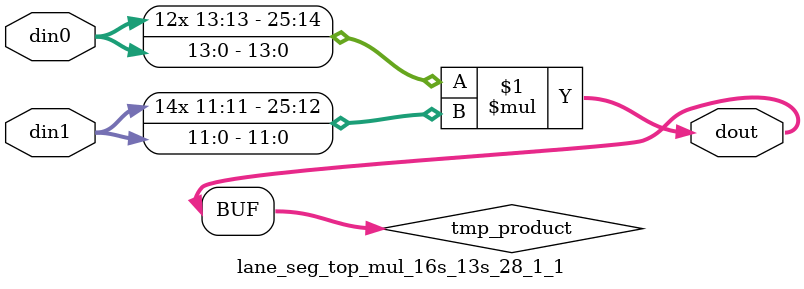
<source format=v>

`timescale 1 ns / 1 ps

  module lane_seg_top_mul_16s_13s_28_1_1(din0, din1, dout);
parameter ID = 1;
parameter NUM_STAGE = 0;
parameter din0_WIDTH = 14;
parameter din1_WIDTH = 12;
parameter dout_WIDTH = 26;

input [din0_WIDTH - 1 : 0] din0; 
input [din1_WIDTH - 1 : 0] din1; 
output [dout_WIDTH - 1 : 0] dout;

wire signed [dout_WIDTH - 1 : 0] tmp_product;













assign tmp_product = $signed(din0) * $signed(din1);








assign dout = tmp_product;







endmodule

</source>
